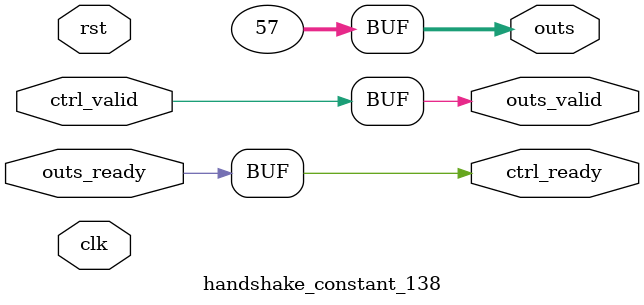
<source format=v>
`timescale 1ns / 1ps
module handshake_constant_138 #(
  parameter DATA_WIDTH = 32  // Default set to 32 bits
) (
  input                       clk,
  input                       rst,
  // Input Channel
  input                       ctrl_valid,
  output                      ctrl_ready,
  // Output Channel
  output [DATA_WIDTH - 1 : 0] outs,
  output                      outs_valid,
  input                       outs_ready
);
  assign outs       = 7'b0111001;
  assign outs_valid = ctrl_valid;
  assign ctrl_ready = outs_ready;

endmodule

</source>
